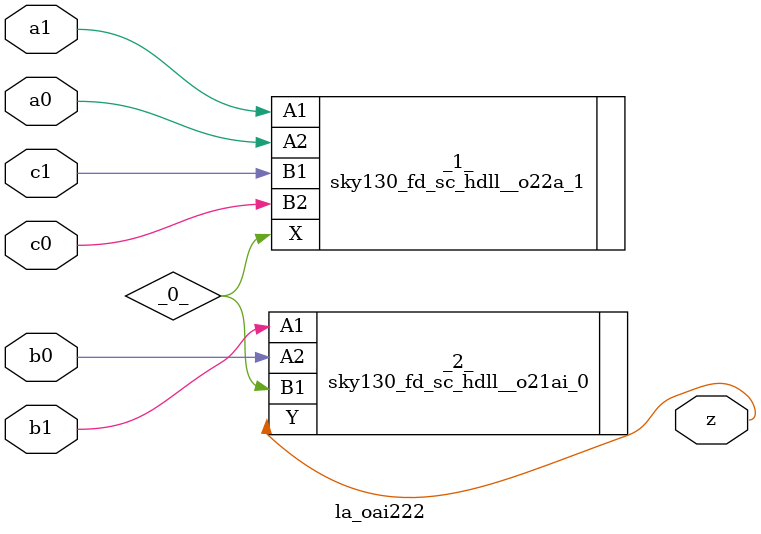
<source format=v>

/* Generated by Yosys 0.37 (git sha1 a5c7f69ed, clang 14.0.0-1ubuntu1.1 -fPIC -Os) */

module la_oai222(a0, a1, b0, b1, c0, c1, z);
  wire _0_;
  input a0;
  wire a0;
  input a1;
  wire a1;
  input b0;
  wire b0;
  input b1;
  wire b1;
  input c0;
  wire c0;
  input c1;
  wire c1;
  output z;
  wire z;
  sky130_fd_sc_hdll__o22a_1 _1_ (
    .A1(a1),
    .A2(a0),
    .B1(c1),
    .B2(c0),
    .X(_0_)
  );
  sky130_fd_sc_hdll__o21ai_0 _2_ (
    .A1(b1),
    .A2(b0),
    .B1(_0_),
    .Y(z)
  );
endmodule

</source>
